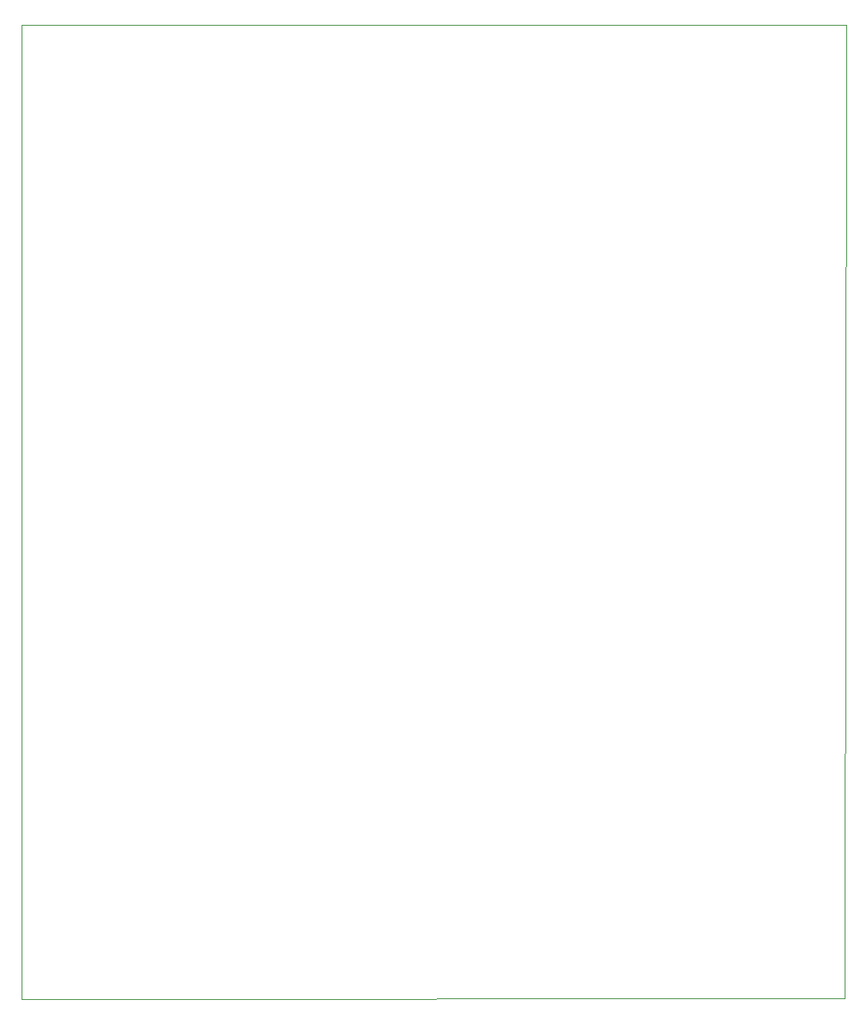
<source format=gbp>
%TF.GenerationSoftware,KiCad,Pcbnew,5.1.5-52549c5~84~ubuntu18.04.1*%
%TF.CreationDate,2020-03-16T18:49:37+13:00*%
%TF.ProjectId,Trimodal SMD,5472696d-6f64-4616-9c20-534d442e6b69,rev?*%
%TF.SameCoordinates,Original*%
%TF.FileFunction,Paste,Bot*%
%TF.FilePolarity,Positive*%
%FSLAX46Y46*%
G04 Gerber Fmt 4.6, Leading zero omitted, Abs format (unit mm)*
G04 Created by KiCad (PCBNEW 5.1.5-52549c5~84~ubuntu18.04.1) date 2020-03-16 18:49:37*
%MOMM*%
%LPD*%
G04 APERTURE LIST*
%ADD10C,0.100000*%
G04 APERTURE END LIST*
D10*
X146494500Y-32131000D02*
X146367500Y-131572000D01*
X62230000Y-32194500D02*
X146494500Y-32131000D01*
X62293500Y-131635500D02*
X62230000Y-32194500D01*
X146367500Y-131572000D02*
X62293500Y-131635500D01*
M02*

</source>
